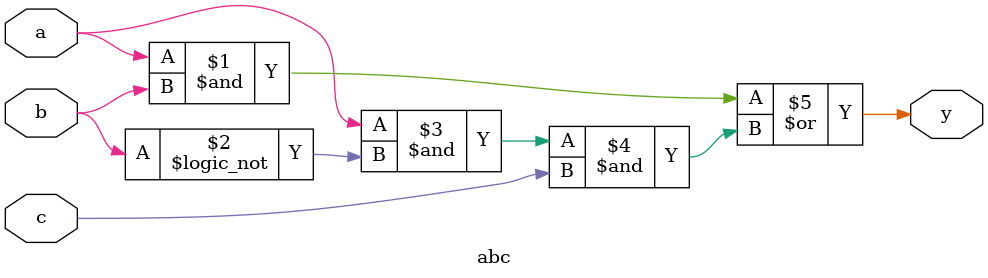
<source format=sv>
module abc (input logic a, b, c,
            output logic y);

  assign y = (a & b) | (a & !b & c);

endmodule



</source>
